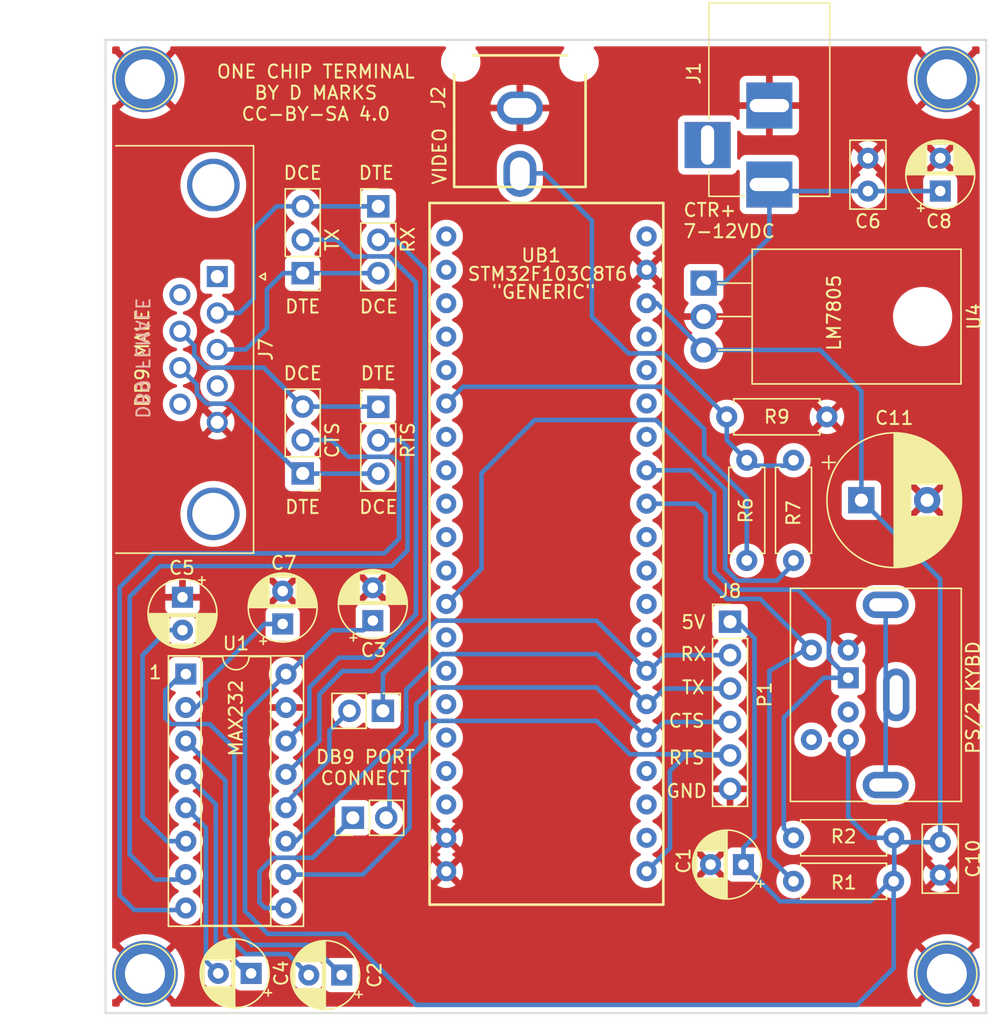
<source format=kicad_pcb>
(kicad_pcb (version 20211014) (generator pcbnew)
  (layers (0 "F.Cu" signal) (31 "B.Cu" signal) (34 "B.Paste" user) (35 "F.Paste" user) (36 "B.SilkS" user "B.Silkscreen") (37 "F.SilkS" user "F.Silkscreen") (38 "B.Mask" user) (39 "F.Mask" user) (44 "Edge.Cuts" user))
  (net 0 "")
  (net 1 "+5V")
  (net 2 "GND")
  (net 3 "+3V3")
  (net 4 "Net-(C6-Pad1)")
  (net 6 "PS2DATA")
  (net 7 "PS2CLK")
  (net 8 "Net-(R6-Pad1)")
  (net 9 "Net-(J2-Pad2)")
  (net 10 "Net-(R7-Pad1)")
  (net 11 "MISOCARD")
  (net 12 "SCKCARD")
  (net 13 "MOSICARD")
  (net 15 "RXDP")
  (net 16 "RX1")
  (net 17 "TX1")
  (net 18 "TXDP")
  (net 21 "RTSP")
  (net 22 "CTSP")
  (net 24 "Net-(JP1-Pad2)")
  (net 25 "Net-(JP2-Pad2)")
  (net 26 "Net-(JP3-Pad2)")
  (net 27 "Net-(JP4-Pad2)")
  (net 28 "unconnected-(P1-Pad7)")
  (net 31 "Net-(C2-Pad1)")
  (net 32 "Net-(C7-Pad1)")
  (net 33 "Net-(C2-Pad2)")
  (net 34 "Net-(C4-Pad1)")
  (net 35 "Net-(C4-Pad2)")
  (net 36 "Net-(C5-Pad2)")
  (net 37 "CTS")
  (net 38 "RTS")
  (net 63 "Net-(JP5-Pad2)")
  (net 64 "Net-(JP6-Pad1)")
  (footprint "Capacitor_THT:CP_Radial_D5.0mm_P2.50mm" (layer "F.Cu") (at 160.528 123.698 180)
    (fp_text reference "C1" (at 4.552 0.286 270) (layer "F.SilkS"))
    (fp_text value "10 uF")
    (pad "1" thru_hole rect (at 0 0 180) (size 1.6 1.6) (drill 0.8) (layers *.Cu *.Mask) (net 1 "+5V"))
    (pad "2" thru_hole circle (at 2.5 0 180) (size 1.6 1.6) (drill 0.8) (layers *.Cu *.Mask) (net 2 "GND"))
  )
  (footprint "Capacitor_THT:CP_Radial_D5.0mm_P2.50mm" (layer "F.Cu") (at 175.5 72.5 90)
    (fp_text reference "C8" (at -2.3 -0.1 180) (layer "F.SilkS"))
    (fp_text value "10 uF")
    (pad "1" thru_hole rect (at 0 0 90) (size 1.6 1.6) (drill 0.8) (layers *.Cu *.Mask) (net 4 "Net-(C6-Pad1)"))
    (pad "2" thru_hole circle (at 2.5 0 90) (size 1.6 1.6) (drill 0.8) (layers *.Cu *.Mask) (net 2 "GND"))
  )
  (footprint "Capacitor_THT:CP_Radial_D10.0mm_P5.00mm" (layer "F.Cu") (at 169.5 96)
    (fp_text reference "C11" (at 2.5 -6.25) (layer "F.SilkS"))
    (fp_text value "100 uF")
    (pad "1" thru_hole rect (at 0 0) (size 2 2) (drill 1) (layers *.Cu *.Mask) (net 1 "+5V"))
    (pad "2" thru_hole circle (at 5 0) (size 2 2) (drill 1) (layers *.Cu *.Mask) (net 2 "GND"))
  )
  (footprint "Connectors:BARREL_JACK" (layer "F.Cu") (at 162.5 72 -90)
    (fp_text reference "J1" (at -8.45 5.75 90) (layer "F.SilkS"))
    (fp_text value "Barrel_Jack")
    (pad "1" thru_hole rect locked (at 0 0 270) (size 3.5 3.5) (drill oval 1 3) (layers *.Cu *.Mask) (net 4 "Net-(C6-Pad1)"))
    (pad "2" thru_hole rect locked (at -6 0 270) (size 3.5 3.5) (drill oval 1 3) (layers *.Cu *.Mask) (net 2 "GND"))
    (pad "3" thru_hole rect locked (at -3 4.7 270) (size 3.5 3.5) (drill oval 3 1) (layers *.Cu *.Mask))
  )
  (footprint "Resistor_THT:R_Axial_DIN0207_L6.3mm_D2.5mm_P7.62mm_Horizontal" (layer "F.Cu") (at 171.958 124.968 180)
    (fp_text reference "R1" (at 3.8 -0.1 180) (layer "F.SilkS"))
    (fp_text value "4k7")
    (pad "1" thru_hole circle (at 0 0 180) (size 1.6 1.6) (drill 0.8) (layers *.Cu *.Mask) (net 1 "+5V"))
    (pad "2" thru_hole oval (at 7.62 0 180) (size 1.6 1.6) (drill 0.8) (layers *.Cu *.Mask) (net 7 "PS2CLK"))
  )
  (footprint "Resistor_THT:R_Axial_DIN0207_L6.3mm_D2.5mm_P7.62mm_Horizontal" (layer "F.Cu") (at 171.958 121.666 180)
    (fp_text reference "R2" (at 3.81 0.1 180) (layer "F.SilkS"))
    (fp_text value "4k7")
    (pad "1" thru_hole circle (at 0 0 180) (size 1.6 1.6) (drill 0.8) (layers *.Cu *.Mask) (net 1 "+5V"))
    (pad "2" thru_hole oval (at 7.62 0 180) (size 1.6 1.6) (drill 0.8) (layers *.Cu *.Mask) (net 6 "PS2DATA"))
  )
  (footprint "Resistor_THT:R_Axial_DIN0207_L6.3mm_D2.5mm_P7.62mm_Horizontal" (layer "F.Cu") (at 160.782 100.584 90)
    (fp_text reference "R6" (at 3.81 -0.08 90) (layer "F.SilkS"))
    (fp_text value "560R")
    (pad "1" thru_hole circle (at 0 0 90) (size 1.6 1.6) (drill 0.8) (layers *.Cu *.Mask) (net 8 "Net-(R6-Pad1)"))
    (pad "2" thru_hole oval (at 7.62 0 90) (size 1.6 1.6) (drill 0.8) (layers *.Cu *.Mask) (net 9 "Net-(J2-Pad2)"))
  )
  (footprint "Resistor_THT:R_Axial_DIN0207_L6.3mm_D2.5mm_P7.62mm_Horizontal" (layer "F.Cu") (at 164.338 100.584 90)
    (fp_text reference "R7" (at 3.6 0 90) (layer "F.SilkS"))
    (fp_text value "240R")
    (pad "1" thru_hole circle (at 0 0 90) (size 1.6 1.6) (drill 0.8) (layers *.Cu *.Mask) (net 10 "Net-(R7-Pad1)"))
    (pad "2" thru_hole oval (at 7.62 0 90) (size 1.6 1.6) (drill 0.8) (layers *.Cu *.Mask) (net 9 "Net-(J2-Pad2)"))
  )
  (footprint "Connectors:1pin" (layer "F.Cu") (at 115 64)
    (fp_text reference "J3" hide)
    (fp_text value "Conn_01x01")
    (pad "1" thru_hole circle locked (at 0 0) (size 5 5) (drill 3.048) (layers *.Cu *.Mask) (net 2 "GND"))
  )
  (footprint "Connectors:1pin" (layer "F.Cu") (at 115 132)
    (fp_text reference "J4" hide)
    (fp_text value "Conn_01x01")
    (pad "1" thru_hole circle locked (at 0 0) (size 5 5) (drill 3.048) (layers *.Cu *.Mask) (net 2 "GND"))
  )
  (footprint "Connectors:1pin" (layer "F.Cu") (at 176 132)
    (fp_text reference "J5" hide)
    (fp_text value "Conn_01x01")
    (pad "1" thru_hole circle locked (at 0 0) (size 5 5) (drill 3.048) (layers *.Cu *.Mask) (net 2 "GND"))
  )
  (footprint "Connectors:1pin" (layer "F.Cu") (at 176 64)
    (fp_text reference "J6" hide)
    (fp_text value "Conn_01x01")
    (pad "1" thru_hole circle locked (at 0 0) (size 5 5) (drill 3.048) (layers *.Cu *.Mask) (net 2 "GND"))
  )
  (footprint "Package_TO_SOT_THT:TO-220-3_Horizontal_TabDown" (layer "F.Cu") (at 157.5 79.5 -90)
    (fp_text reference "U4" (at 2.54 -20.58 -90) (layer "F.SilkS"))
    (fp_text value "LM7805CT")
    (pad "" np_thru_hole oval (at 2.54 -16.66 270) (size 3.5 3.5) (drill 3.5) (layers *.Cu *.Mask))
    (pad "1" thru_hole rect (at 0 0 270) (size 1.905 2) (drill 1.1) (layers *.Cu *.Mask) (net 4 "Net-(C6-Pad1)"))
    (pad "2" thru_hole oval (at 2.54 0 270) (size 1.905 2) (drill 1.1) (layers *.Cu *.Mask) (net 2 "GND"))
    (pad "3" thru_hole oval (at 5.08 0 270) (size 1.905 2) (drill 1.1) (layers *.Cu *.Mask) (net 1 "+5V"))
  )
  (footprint "Capacitor_THT:C_Disc_D5.0mm_W2.5mm_P2.50mm" (layer "F.Cu") (at 170 72.5 90)
    (fp_text reference "C6" (at -2.3 0 180) (layer "F.SilkS"))
    (fp_text value "100 nF")
    (pad "1" thru_hole circle (at 0 0 90) (size 1.6 1.6) (drill 0.8) (layers *.Cu *.Mask) (net 4 "Net-(C6-Pad1)"))
    (pad "2" thru_hole circle (at 2.5 0 90) (size 1.6 1.6) (drill 0.8) (layers *.Cu *.Mask) (net 2 "GND"))
  )
  (footprint "Resistor_THT:R_Axial_DIN0207_L6.3mm_D2.5mm_P7.62mm_Horizontal" (layer "F.Cu") (at 166.878 89.662 180)
    (fp_text reference "R9" (at 3.81 0) (layer "F.SilkS"))
    (fp_text value "82R")
    (pad "1" thru_hole circle (at 0 0 180) (size 1.6 1.6) (drill 0.8) (layers *.Cu *.Mask) (net 2 "GND"))
    (pad "2" thru_hole oval (at 7.62 0 180) (size 1.6 1.6) (drill 0.8) (layers *.Cu *.Mask) (net 9 "Net-(J2-Pad2)"))
  )
  (footprint "Capacitor_THT:C_Disc_D5.0mm_W2.5mm_P2.50mm" (layer "F.Cu") (at 175.5 122 -90)
    (fp_text reference "C10" (at 1.25 -2.5 -90) (layer "F.SilkS"))
    (fp_text value "100 nF")
    (pad "1" thru_hole circle (at 0 0 270) (size 1.6 1.6) (drill 0.8) (layers *.Cu *.Mask) (net 1 "+5V"))
    (pad "2" thru_hole circle (at 2.5 0 270) (size 1.6 1.6) (drill 0.8) (layers *.Cu *.Mask) (net 2 "GND"))
  )
  (footprint "Connector_PinHeader_2.54mm:PinHeader_1x06_P2.54mm_Vertical" (layer "F.Cu") (at 159.512 105.24)
    (fp_text reference "J8" (at 0 -2.33) (layer "F.SilkS"))
    (fp_text value "Conn_01x06")
    (pad "1" thru_hole rect (at 0 0) (size 1.7 1.7) (drill 1) (layers *.Cu *.Mask) (net 1 "+5V"))
    (pad "2" thru_hole oval (at 0 2.54) (size 1.7 1.7) (drill 1) (layers *.Cu *.Mask) (net 16 "RX1"))
    (pad "3" thru_hole oval (at 0 5.08) (size 1.7 1.7) (drill 1) (layers *.Cu *.Mask) (net 17 "TX1"))
    (pad "4" thru_hole oval (at 0 7.62) (size 1.7 1.7) (drill 1) (layers *.Cu *.Mask) (net 37 "CTS"))
    (pad "5" thru_hole oval (at 0 10.16) (size 1.7 1.7) (drill 1) (layers *.Cu *.Mask) (net 38 "RTS"))
    (pad "6" thru_hole oval (at 0 12.7) (size 1.7 1.7) (drill 1) (layers *.Cu *.Mask) (net 2 "GND"))
  )
  (footprint "OneChipTerminal:RCAConnectorCommon" (layer "F.Cu") (at 143.52 67.185)
    (fp_text reference "J2" (at -6.2 -1.8 90) (layer "F.SilkS"))
    (fp_text value "RCAJack")
    (pad "" np_thru_hole oval locked (at 4.5 -4.5) (size 2 2) (drill oval 2) (layers *.Cu *.Mask))
    (pad "" np_thru_hole oval locked (at -4.5 -4.5) (size 2 2) (drill oval 2) (layers *.Cu *.Mask))
    (pad "1" thru_hole oval locked (at 0 -1) (size 3.5 2.5) (drill oval 2.5 1.5) (layers *.Cu *.Mask) (net 2 "GND"))
    (pad "2" thru_hole oval locked (at 0 4) (size 2.5 3.5) (drill oval 1.5 2.5) (layers *.Cu *.Mask) (net 9 "Net-(J2-Pad2)"))
  )
  (footprint "OneChipTerminal:Connector_Mini-DIN_Female_6Pin_2rows" (layer "F.Cu") (at 168.5 109.5 90)
    (fp_text reference "P1" (at -1.27 -6.35 90) (layer "F.SilkS"))
    (fp_text value "Mini-DIN_6pins_ver4")
    (pad "1" thru_hole rect locked (at 0 0 90) (size 1.6 1.6) (drill 0.8) (layers *.Cu *.Mask) (net 6 "PS2DATA"))
    (pad "2" thru_hole circle locked (at -2.6 0 90) (size 1.6 1.6) (drill 0.8) (layers *.Cu *.Mask))
    (pad "3" thru_hole circle locked (at 2.1 0 90) (size 1.6 1.6) (drill 0.8) (layers *.Cu *.Mask) (net 2 "GND"))
    (pad "4" thru_hole circle locked (at -4.7 0 90) (size 1.6 1.6) (drill 0.8) (layers *.Cu *.Mask) (net 1 "+5V"))
    (pad "5" thru_hole circle locked (at 2.1 -2.8 90) (size 1.6 1.6) (drill 0.8) (layers *.Cu *.Mask) (net 7 "PS2CLK"))
    (pad "6" thru_hole circle locked (at -4.7 -2.8 90) (size 1.6 1.6) (drill 0.8) (layers *.Cu *.Mask))
    (pad "7" thru_hole oval locked (at -1.3 3.65 90) (size 4 2) (drill oval 3 1) (layers *.Cu *.Mask) (net 28 "unconnected-(P1-Pad7)"))
    (pad "7" thru_hole oval locked (at -8.15 2.85 90) (size 2 3.5) (drill oval 1 2.5) (layers *.Cu *.Mask) (net 28 "unconnected-(P1-Pad7)"))
    (pad "7" thru_hole oval locked (at 5.55 2.85 90) (size 2 3.5) (drill oval 1 2.5) (layers *.Cu *.Mask) (net 28 "unconnected-(P1-Pad7)"))
  )
  (footprint "OneChipTerminal:BLUEPILL" (layer "F.Cu") (at 145.542 97.536)
    (fp_text reference "UB1" (at -0.4064 -20.1422 180) (layer "F.SilkS"))
    (fp_text value "BLUEPILL")
    (fp_text user "STM32F103C8T6" (at 0.0889 -18.7325 180) (layer "F.SilkS"))
    (fp_text user "\"GENERIC\"" (at -0.2159 -17.3609 180) (layer "F.SilkS"))
    (pad "1" thru_hole circle locked (at -7.62 -21.59) (size 1.524 1.524) (drill 0.762) (layers *.Cu *.Mask))
    (pad "2" thru_hole circle locked (at -7.62 -19.05) (size 1.524 1.524) (drill 0.762) (layers *.Cu *.Mask))
    (pad "3" thru_hole circle locked (at -7.62 -16.51) (size 1.524 1.524) (drill 0.762) (layers *.Cu *.Mask))
    (pad "4" thru_hole circle locked (at -7.62 -13.97) (size 1.524 1.524) (drill 0.762) (layers *.Cu *.Mask))
    (pad "7" thru_hole circle locked (at -7.62 19.05) (size 1.524 1.524) (drill 0.762) (layers *.Cu *.Mask))
    (pad "10" thru_hole circle locked (at -7.62 -11.43) (size 1.524 1.524) (drill 0.762) (layers *.Cu *.Mask))
    (pad "11" thru_hole circle locked (at -7.62 -8.89) (size 1.524 1.524) (drill 0.762) (layers *.Cu *.Mask) (net 8 "Net-(R6-Pad1)"))
    (pad "12" thru_hole circle locked (at -7.62 -6.35) (size 1.524 1.524) (drill 0.762) (layers *.Cu *.Mask))
    (pad "13" thru_hole circle locked (at -7.62 -3.81) (size 1.524 1.524) (drill 0.762) (layers *.Cu *.Mask))
    (pad "14" thru_hole circle locked (at -7.62 -1.27) (size 1.524 1.524) (drill 0.762) (layers *.Cu *.Mask))
    (pad "15" thru_hole circle locked (at -7.62 1.27) (size 1.524 1.524) (drill 0.762) (layers *.Cu *.Mask))
    (pad "16" thru_hole circle locked (at -7.62 3.81) (size 1.524 1.524) (drill 0.762) (layers *.Cu *.Mask))
    (pad "17" thru_hole circle locked (at -7.62 6.35) (size 1.524 1.524) (drill 0.762) (layers *.Cu *.Mask) (net 10 "Net-(R7-Pad1)"))
    (pad "18" thru_hole circle locked (at -7.62 8.89) (size 1.524 1.524) (drill 0.762) (layers *.Cu *.Mask))
    (pad "19" thru_hole circle locked (at -7.62 11.43) (size 1.524 1.524) (drill 0.762) (layers *.Cu *.Mask))
    (pad "21" thru_hole circle locked (at -7.62 13.97) (size 1.524 1.524) (drill 0.762) (layers *.Cu *.Mask))
    (pad "22" thru_hole circle locked (at -7.62 16.51) (size 1.524 1.524) (drill 0.762) (layers *.Cu *.Mask))
    (pad "25" thru_hole circle locked (at 7.62 26.67) (size 1.524 1.524) (drill 0.762) (layers *.Cu *.Mask) (net 38 "RTS"))
    (pad "26" thru_hole circle locked (at 7.62 24.13) (size 1.524 1.524) (drill 0.762) (layers *.Cu *.Mask) (net 12 "SCKCARD"))
    (pad "27" thru_hole circle locked (at 7.62 21.59) (size 1.524 1.524) (drill 0.762) (layers *.Cu *.Mask) (net 11 "MISOCARD"))
    (pad "28" thru_hole circle locked (at 7.62 19.05) (size 1.524 1.524) (drill 0.762) (layers *.Cu *.Mask) (net 13 "MOSICARD"))
    (pad "29" thru_hole circle locked (at 7.62 16.51) (size 1.524 1.524) (drill 0.762) (layers *.Cu *.Mask) (net 37 "CTS"))
    (pad "30" thru_hole circle locked (at 7.62 13.97) (size 1.524 1.524) (drill 0.762) (layers *.Cu *.Mask) (net 17 "TX1"))
    (pad "31" thru_hole circle locked (at 7.62 11.43) (size 1.524 1.524) (drill 0.762) (layers *.Cu *.Mask) (net 16 "RX1"))
    (pad "32" thru_hole circle locked (at 7.62 8.89) (size 1.524 1.524) (drill 0.762) (layers *.Cu *.Mask))
    (pad "33" thru_hole circle locked (at 7.62 6.35) (size 1.524 1.524) (drill 0.762) (layers *.Cu *.Mask))
    (pad "38" thru_hole circle locked (at 7.62 3.81) (size 1.524 1.524) (drill 0.762) (layers *.Cu *.Mask))
    (pad "39" thru_hole circle locked (at 7.62 1.27) (size 1.524 1.524) (drill 0.762) (layers *.Cu *.Mask))
    (pad "40" thru_hole circle locked (at 7.62 -1.27) (size 1.524 1.524) (drill 0.762) (layers *.Cu *.Mask) (net 7 "PS2CLK"))
    (pad "41" thru_hole circle locked (at 7.62 -3.81) (size 1.524 1.524) (drill 0.762) (layers *.Cu *.Mask) (net 6 "PS2DATA"))
    (pad "42" thru_hole circle locked (at 7.62 -6.35) (size 1.524 1.524) (drill 0.762) (layers *.Cu *.Mask))
    (pad "43" thru_hole circle locked (at 7.62 -8.89) (size 1.524 1.524) (drill 0.762) (layers *.Cu *.Mask))
    (pad "45" thru_hole circle locked (at 7.62 -11.43) (size 1.524 1.524) (drill 0.762) (layers *.Cu *.Mask))
    (pad "46" thru_hole circle locked (at 7.62 -13.97) (size 1.524 1.524) (drill 0.762) (layers *.Cu *.Mask))
    (pad "70" thru_hole circle locked (at -7.62 21.59) (size 1.524 1.524) (drill 0.762) (layers *.Cu *.Mask) (net 3 "+3V3"))
    (pad "71" thru_hole circle locked (at -7.62 24.13) (size 1.524 1.524) (drill 0.762) (layers *.Cu *.Mask) (net 2 "GND"))
    (pad "72" thru_hole circle locked (at -7.62 26.67) (size 1.524 1.524) (drill 0.762) (layers *.Cu *.Mask) (net 2 "GND"))
    (pad "73" thru_hole circle locked (at 7.62 -21.59) (size 1.524 1.524) (drill 0.762) (layers *.Cu *.Mask))
    (pad "74" thru_hole circle locked (at 7.62 -19.05) (size 1.524 1.524) (drill 0.762) (layers *.Cu *.Mask) (net 2 "GND"))
    (pad "75" thru_hole circle locked (at 7.62 -16.51) (size 1.524 1.524) (drill 0.762) (layers *.Cu *.Mask) (net 1 "+5V"))
  )
  (footprint "Capacitor_THT:CP_Radial_D5.0mm_P2.50mm" (layer "F.Cu") (at 125.476 105.41 90)
    (fp_text reference "C7" (at 4.64 0.08) (layer "F.SilkS"))
    (fp_text value "1 uF")
    (pad "1" thru_hole rect (at 0 0 90) (size 1.6 1.6) (drill 0.8) (layers *.Cu *.Mask) (net 32 "Net-(C7-Pad1)"))
    (pad "2" thru_hole circle (at 2.5 0 90) (size 1.6 1.6) (drill 0.8) (layers *.Cu *.Mask) (net 2 "GND"))
  )
  (footprint "Connector_PinHeader_2.54mm:PinHeader_1x03_P2.54mm_Vertical" (layer "F.Cu") (at 132.75 88.9)
    (fp_text reference "JP4" hide)
    (fp_text value "Jumper_3_Bridged12")
    (pad "1" thru_hole rect (at 0 0) (size 1.7 1.7) (drill 1) (layers *.Cu *.Mask) (net 21 "RTSP"))
    (pad "2" thru_hole oval (at 0 2.54) (size 1.7 1.7) (drill 1) (layers *.Cu *.Mask) (net 27 "Net-(JP4-Pad2)"))
    (pad "3" thru_hole oval (at 0 5.08) (size 1.7 1.7) (drill 1) (layers *.Cu *.Mask) (net 22 "CTSP"))
  )
  (footprint "Capacitor_THT:CP_Radial_D5.0mm_P2.50mm" (layer "F.Cu") (at 132.334 105.156 90)
    (fp_text reference "C3" (at -2.244888 0.06 180) (layer "F.SilkS"))
    (fp_text value "1 uF")
    (pad "1" thru_hole rect (at 0 0 90) (size 1.6 1.6) (drill 0.8) (layers *.Cu *.Mask) (net 1 "+5V"))
    (pad "2" thru_hole circle (at 2.5 0 90) (size 1.6 1.6) (drill 0.8) (layers *.Cu *.Mask) (net 2 "GND"))
  )
  (footprint "Capacitor_THT:CP_Radial_D5.0mm_P2.50mm" (layer "F.Cu") (at 129.965113 132.1 180)
    (fp_text reference "C2" (at -2.5 0 90) (layer "F.SilkS"))
    (fp_text value "1 uF")
    (pad "1" thru_hole rect (at 0 0 180) (size 1.6 1.6) (drill 0.8) (layers *.Cu *.Mask) (net 31 "Net-(C2-Pad1)"))
    (pad "2" thru_hole circle (at 2.5 0 180) (size 1.6 1.6) (drill 0.8) (layers *.Cu *.Mask) (net 33 "Net-(C2-Pad2)"))
  )
  (footprint "Connector_PinHeader_2.54mm:PinHeader_1x02_P2.54mm_Vertical" (layer "F.Cu") (at 133.096 112.014 -90)
    (fp_text reference "JP5" hide)
    (fp_text value "Jumper_2_Open")
    (pad "1" thru_hole rect (at 0 0 270) (size 1.7 1.7) (drill 1) (layers *.Cu *.Mask) (net 16 "RX1"))
    (pad "2" thru_hole oval (at 0 2.54 270) (size 1.7 1.7) (drill 1) (layers *.Cu *.Mask) (net 63 "Net-(JP5-Pad2)"))
  )
  (footprint "Connector_PinHeader_2.54mm:PinHeader_1x03_P2.54mm_Vertical" (layer "F.Cu") (at 127 93.965 180)
    (fp_text reference "JP1" hide)
    (fp_text value "Jumper_3_Bridged12")
    (pad "1" thru_hole rect (at 0 0 180) (size 1.7 1.7) (drill 1) (layers *.Cu *.Mask) (net 22 "CTSP"))
    (pad "2" thru_hole oval (at 0 2.54 180) (size 1.7 1.7) (drill 1) (layers *.Cu *.Mask) (net 24 "Net-(JP1-Pad2)"))
    (pad "3" thru_hole oval (at 0 5.08 180) (size 1.7 1.7) (drill 1) (layers *.Cu *.Mask) (net 21 "RTSP"))
  )
  (footprint "Connector_PinHeader_2.54mm:PinHeader_1x02_P2.54mm_Vertical" (layer "F.Cu") (at 130.81 120.142 90)
    (fp_text reference "JP6" hide)
    (fp_text value "Jumper_2_Open")
    (pad "1" thru_hole rect (at 0 0 90) (size 1.7 1.7) (drill 1) (layers *.Cu *.Mask) (net 64 "Net-(JP6-Pad1)"))
    (pad "2" thru_hole oval (at 0 2.54 90) (size 1.7 1.7) (drill 1) (layers *.Cu *.Mask) (net 37 "CTS"))
  )
  (footprint "Connector_PinHeader_2.54mm:PinHeader_1x03_P2.54mm_Vertical" (layer "F.Cu") (at 127 78.74 180)
    (fp_text reference "JP3" hide)
    (fp_text value "Jumper_3_Bridged12")
    (pad "1" thru_hole rect (at 0 0 180) (size 1.7 1.7) (drill 1) (layers *.Cu *.Mask) (net 18 "TXDP"))
    (pad "2" thru_hole oval (at 0 2.54 180) (size 1.7 1.7) (drill 1) (layers *.Cu *.Mask) (net 26 "Net-(JP3-Pad2)"))
    (pad "3" thru_hole oval (at 0 5.08 180) (size 1.7 1.7) (drill 1) (layers *.Cu *.Mask) (net 15 "RXDP"))
  )
  (footprint "Connector_PinHeader_2.54mm:PinHeader_1x03_P2.54mm_Vertical" (layer "F.Cu") (at 132.75 73.66)
    (fp_text reference "JP2" hide)
    (fp_text value "Jumper_3_Bridged12")
    (pad "1" thru_hole rect (at 0 0) (size 1.7 1.7) (drill 1) (layers *.Cu *.Mask) (net 15 "RXDP"))
    (pad "2" thru_hole oval (at 0 2.54) (size 1.7 1.7) (drill 1) (layers *.Cu *.Mask) (net 25 "Net-(JP2-Pad2)"))
    (pad "3" thru_hole oval (at 0 5.08) (size 1.7 1.7) (drill 1) (layers *.Cu *.Mask) (net 18 "TXDP"))
  )
  (footprint "Connector_Dsub:DSUB-9_Male_Horizontal_P2.77x2.84mm_EdgePinOffset4.94mm_Housed_MountingHolesOffset7.48mm" (layer "F.Cu") (at 120.5 79 -90)
    (fp_text reference "J7" (at 5.54 -3.7 90) (layer "F.SilkS"))
    (fp_text value "DB9_Male")
    (pad "0" thru_hole circle (at 18.04 0.3 270) (size 4 4) (drill 3.2) (layers *.Cu *.Mask))
    (pad "0" thru_hole circle (at -6.96 0.3 270) (size 4 4) (drill 3.2) (layers *.Cu *.Mask))
    (pad "1" thru_hole rect (at 0 0 270) (size 1.6 1.6) (drill 1) (layers *.Cu *.Mask))
    (pad "2" thru_hole circle (at 2.77 0 270) (size 1.6 1.6) (drill 1) (layers *.Cu *.Mask) (net 15 "RXDP"))
    (pad "3" thru_hole circle (at 5.54 0 270) (size 1.6 1.6) (drill 1) (layers *.Cu *.Mask) (net 18 "TXDP"))
    (pad "4" thru_hole circle (at 8.31 0 270) (size 1.6 1.6) (drill 1) (layers *.Cu *.Mask))
    (pad "5" thru_hole circle (at 11.08 0 270) (size 1.6 1.6) (drill 1) (layers *.Cu *.Mask) (net 2 "GND"))
    (pad "6" thru_hole circle (at 1.385 2.84 270) (size 1.6 1.6) (drill 1) (layers *.Cu *.Mask))
    (pad "7" thru_hole circle (at 4.155 2.84 270) (size 1.6 1.6) (drill 1) (layers *.Cu *.Mask) (net 21 "RTSP"))
    (pad "8" thru_hole circle (at 6.925 2.84 270) (size 1.6 1.6) (drill 1) (layers *.Cu *.Mask) (net 22 "CTSP"))
    (pad "9" thru_hole circle (at 9.695 2.84 270) (size 1.6 1.6) (drill 1) (layers *.Cu *.Mask))
  )
  (footprint "Capacitor_THT:CP_Radial_D5.0mm_P2.50mm" (layer "F.Cu") (at 123.075113 131.97 180)
    (fp_text reference "C4" (at -2.294888 0 90) (layer "F.SilkS"))
    (fp_text value "1 uF")
    (pad "1" thru_hole rect (at 0 0 180) (size 1.6 1.6) (drill 0.8) (layers *.Cu *.Mask) (net 34 "Net-(C4-Pad1)"))
    (pad "2" thru_hole circle (at 2.5 0 180) (size 1.6 1.6) (drill 0.8) (layers *.Cu *.Mask) (net 35 "Net-(C4-Pad2)"))
  )
  (footprint "Capacitor_THT:CP_Radial_D5.0mm_P2.50mm" (layer "F.Cu") (at 117.856 103.378 -90)
    (fp_text reference "C5" (at -2.23 0.05 180) (layer "F.SilkS"))
    (fp_text value "1 uF")
    (pad "1" thru_hole rect (at 0 0 270) (size 1.6 1.6) (drill 0.8) (layers *.Cu *.Mask) (net 2 "GND"))
    (pad "2" thru_hole circle (at 2.5 0 270) (size 1.6 1.6) (drill 0.8) (layers *.Cu *.Mask) (net 36 "Net-(C5-Pad2)"))
  )
  (footprint "Package_DIP:DIP-16_W7.62mm_Socket" (layer "F.Cu") (at 118.11 109.22)
    (fp_text reference "U1" (at 3.81 -2.33) (layer "F.SilkS"))
    (fp_text value "MAX232")
    (pad "1" thru_hole rect (at 0 0) (size 1.6 1.6) (drill 0.8) (layers *.Cu *.Mask) (net 31 "Net-(C2-Pad1)"))
    (pad "2" thru_hole oval (at 0 2.54) (size 1.6 1.6) (drill 0.8) (layers *.Cu *.Mask) (net 32 "Net-(C7-Pad1)"))
    (pad "3" thru_hole oval (at 0 5.08) (size 1.6 1.6) (drill 0.8) (layers *.Cu *.Mask) (net 33 "Net-(C2-Pad2)"))
    (pad "4" thru_hole oval (at 0 7.62) (size 1.6 1.6) (drill 0.8) (layers *.Cu *.Mask) (net 34 "Net-(C4-Pad1)"))
    (pad "5" thru_hole oval (at 0 10.16) (size 1.6 1.6) (drill 0.8) (layers *.Cu *.Mask) (net 35 "Net-(C4-Pad2)"))
    (pad "6" thru_hole oval (at 0 12.7) (size 1.6 1.6) (drill 0.8) (layers *.Cu *.Mask) (net 36 "Net-(C5-Pad2)"))
    (pad "7" thru_hole oval (at 0 15.24) (size 1.6 1.6) (drill 0.8) (layers *.Cu *.Mask) (net 27 "Net-(JP4-Pad2)"))
    (pad "8" thru_hole oval (at 0 17.78) (size 1.6 1.6) (drill 0.8) (layers *.Cu *.Mask) (net 24 "Net-(JP1-Pad2)"))
    (pad "9" thru_hole oval (at 7.62 17.78) (size 1.6 1.6) (drill 0.8) (layers *.Cu *.Mask) (net 64 "Net-(JP6-Pad1)"))
    (pad "10" thru_hole oval (at 7.62 15.24) (size 1.6 1.6) (drill 0.8) (layers *.Cu *.Mask) (net 38 "RTS"))
    (pad "11" thru_hole oval (at 7.62 12.7) (size 1.6 1.6) (drill 0.8) (layers *.Cu *.Mask) (net 17 "TX1"))
    (pad "12" thru_hole oval (at 7.62 10.16) (size 1.6 1.6) (drill 0.8) (layers *.Cu *.Mask) (net 63 "Net-(JP5-Pad2)"))
    (pad "13" thru_hole oval (at 7.62 7.62) (size 1.6 1.6) (drill 0.8) (layers *.Cu *.Mask) (net 25 "Net-(JP2-Pad2)"))
    (pad "14" thru_hole oval (at 7.62 5.08) (size 1.6 1.6) (drill 0.8) (layers *.Cu *.Mask) (net 26 "Net-(JP3-Pad2)"))
    (pad "15" thru_hole oval (at 7.62 2.54) (size 1.6 1.6) (drill 0.8) (layers *.Cu *.Mask) (net 2 "GND"))
    (pad "16" thru_hole oval (at 7.62 0) (size 1.6 1.6) (drill 0.8) (layers *.Cu *.Mask) (net 1 "+5V"))
  )
  (gr_line (start 179 61) (end 179 135) (layer "Edge.Cuts") (width 0.15))
  (gr_line (start 112 61) (end 179 61) (layer "Edge.Cuts") (width 0.15))
  (gr_line (start 112 135) (end 112 61) (layer "Edge.Cuts") (width 0.15))
  (gr_line (start 179 135) (end 112 135) (layer "Edge.Cuts") (width 0.15))
  (gr_text "DB9 FEMALE" (at 114.8 85.2 -90) (layer "B.SilkS") (effects (font (size 1 1)) (justify mirror)))
  (gr_text "LM7805" (at 167.425 81.75 90) (layer "F.SilkS") (effects (font (size 1 1))))
  (gr_text "CTR+\n7-12VDC" (at 155.875 74.75) (layer "F.SilkS") (effects (font (size 1 1)) (justify left)))
  (gr_text "RTS" (at 156.21 115.57) (layer "F.SilkS") (effects (font (size 1 1))))
  (gr_text "TX" (at 129.25 76.2 90) (layer "F.SilkS") (effects (font (size 1 1))))
  (gr_text "DTE" (at 132.75 86.36) (layer "F.SilkS") (effects (font (size 1 1))))
  (gr_text "PS/2 KYBD" (at 178 111 90) (layer "F.SilkS") (effects (font (size 1 1))))
  (gr_text "VIDEO" (at 137.414 69.85 90) (layer "F.SilkS") (effects (font (size 1 1))))
  (gr_text "RTS" (at 135 91.44 90) (layer "F.SilkS") (effects (font (size 1 1))))
  (gr_text "DCE" (at 132.75 96.52) (layer "F.SilkS") (effects (font (size 1 1))))
  (gr_text "DB9 MALE" (at 114.8 85.2 90) (layer "F.SilkS") (effects (font (size 1 1))))
  (gr_text "TX" (at 156.718 110.236) (layer "F.SilkS") (effects (font (size 1 1))))
  (gr_text "RX" (at 156.718 107.696) (layer "F.SilkS") (effects (font (size 1 1))))
  (gr_text "DTE" (at 132.6 71.12) (layer "F.SilkS") (effects (font (size 1 1))))
  (gr_text "RX" (at 135 76.2 90) (layer "F.SilkS") (effects (font (size 1 1))))
  (gr_text "DCE" (at 127 86.36) (layer "F.SilkS") (effects (font (size 1 1))))
  (gr_text "DCE" (at 127 71.12) (layer "F.SilkS") (effects (font (size 1 1))))
  (gr_text "CTS" (at 129.25 91.44 90) (layer "F.SilkS") (effects (font (size 1 1))))
  (gr_text "DB9 PORT\nCONNECT" (at 131.77 116.332) (layer "F.SilkS") (effects (font (size 1 1))))
  (gr_text "MAX232" (at 121.92 115.57 90) (layer "F.SilkS") (effects (font (size 1 1)) (justify left)))
  (gr_text "DTE" (at 127 96.52) (layer "F.SilkS") (effects (font (size 1 1))))
  (gr_text "ONE CHIP TERMINAL\nBY D MARKS\nCC-BY-SA 4.0" (at 128 65.03) (layer "F.SilkS") (effects (font (size 1 1))))
  (gr_text "GND" (at 156.21 118.11) (layer "F.SilkS") (effects (font (size 1 1))))
  (gr_text "1" (at 115.79 109.09) (layer "F.SilkS") (effects (font (size 1 1))))
  (gr_text "DCE" (at 132.8 81.28) (layer "F.SilkS") (effects (font (size 1 1))))
  (gr_text "5V" (at 156.718 105.275) (layer "F.SilkS") (effects (font (size 1 1))))
  (gr_text "DTE" (at 127 81.28) (layer "F.SilkS") (effects (font (size 1 1))))
  (gr_text "CTS" (at 156.21 112.776) (layer "F.SilkS") (effects (font (size 1 1))))
  (segment (start 175.5 102) (end 169.5 96) (width 0.35) (layer "B.Cu") (net 1))
  (segment (start 153.946 81.026) (end 157.5 84.58) (width 0.35) (layer "B.Cu") (net 1))
  (segment (start 129.219888 105.885112) (end 131.604888 105.885112) (width 0.35) (layer "B.Cu") (net 1))
  (segment (start 125.885 109.22) (end 129.219888 105.885112) (width 0.35) (layer "B.Cu") (net 1))
  (segment (start 125.73 109.22) (end 122.61 112.34) (width 0.35) (layer "B.Cu") (net 1))
  (segment (start 170.18 126.492) (end 171.704 124.968) (width 0.35) (layer "B.Cu") (net 1))
  (segment (start 161.375 106.511) (end 160.104 105.24) (width 0.35) (layer "B.Cu") (net 1))
  (segment (start 161.375 121.581) (end 161.375 106.511) (width 0.35) (layer "B.Cu") (net 1))
  (segment (start 169.5 96) (end 169.5 87.712) (width 0.35) (layer "B.Cu") (net 1))
  (segment (start 172 124.926) (end 171.958 124.968) (width 0.35) (layer "B.Cu") (net 1))
  (segment (start 172.292 122) (end 175.5 122) (width 0.35) (layer "B.Cu") (net 1))
  (segment (start 168.5 114.2) (end 168.5 120.075) (width 0.35) (layer "B.Cu") (net 1))
  (segment (start 135.636 134.366) (end 130.24 128.97) (width 0.35) (layer "B.Cu") (net 1))
  (segment (start 122.61 127.23) (end 124.35 128.97) (width 0.35) (layer "B.Cu") (net 1))
  (segment (start 125.73 109.22) (end 125.885 109.22) (width 0.35) (layer "B.Cu") (net 1))
  (segment (start 171.958 121.666) (end 172.292 122) (width 0.35) (layer "B.Cu") (net 1))
  (segment (start 131.604888 105.885112) (end 132.334 105.156) (width 0.35) (layer "B.Cu") (net 1))
  (segment (start 175.5 122) (end 175.5 102) (width 0.35) (layer "B.Cu") (net 1))
  (segment (start 169.164 134.366) (end 135.636 134.366) (width 0.35) (layer "B.Cu") (net 1))
  (segment (start 160.528 123.698) (end 160.528 122.428) (width 0.35) (layer "B.Cu") (net 1))
  (segment (start 171.958 124.968) (end 171.958 131.572) (width 0.35) (layer "B.Cu") (net 1))
  (segment (start 168.5 120.075) (end 170.091 121.666) (width 0.35) (layer "B.Cu") (net 1))
  (segment (start 124.35 128.97) (end 130.24 128.97) (width 0.35) (layer "B.Cu") (net 1))
  (segment (start 171.704 124.968) (end 171.958 124.968) (width 0.35) (layer "B.Cu") (net 1))
  (segment (start 160.528 123.698) (end 163.322 126.492) (width 0.35) (layer "B.Cu") (net 1))
  (segment (start 163.322 126.492) (end 170.18 126.492) (width 0.35) (layer "B.Cu") (net 1))
  (segment (start 169.5 87.712) (end 166.368 84.58) (width 0.35) (layer "B.Cu") (net 1))
  (segment (start 172 121.708) (end 172 124.926) (width 0.35) (layer "B.Cu") (net 1))
  (segment (start 122.61 112.34) (end 122.61 127.23) (width 0.35) (layer "B.Cu") (net 1))
  (segment (start 160.528 122.428) (end 161.375 121.581) (width 0.35) (layer "B.Cu") (net 1))
  (segment (start 170.091 121.666) (end 171.958 121.666) (width 0.35) (layer "B.Cu") (net 1))
  (segment (start 171.958 131.572) (end 169.164 134.366) (width 0.35) (layer "B.Cu") (net 1))
  (segment (start 153.162 81.026) (end 153.946 81.026) (width 0.35) (layer "B.Cu") (net 1))
  (segment (start 160.104 105.24) (end 159.512 105.24) (width 0.35) (layer "B.Cu") (net 1))
  (segment (start 166.368 84.58) (end 157.5 84.58) (width 0.35) (layer "B.Cu") (net 1))
  (segment (start 159.05 79.5) (end 162.5 76.05) (width 0.35) (layer "B.Cu") (net 4))
  (segment (start 162.5 76.05) (end 162.5 72) (width 0.35) (layer "B.Cu") (net 4))
  (segment (start 163 72.5) (end 162.5 72) (width 0.35) (layer "B.Cu") (net 4))
  (segment (start 175.5 72.5) (end 170 72.5) (width 0.35) (layer "B.Cu") (net 4))
  (segment (start 170 72.5) (end 163 72.5) (width 0.35) (layer "B.Cu") (net 4))
  (segment (start 157.5 79.5) (end 159.05 79.5) (width 0.35) (layer "B.Cu") (net 4))
  (segment (start 163.6 120.928) (end 164.338 121.666) (width 0.35) (layer "B.Cu") (net 6))
  (segment (start 153.162 93.726) (end 156.536 93.726) (width 0.35) (layer "B.Cu") (net 6))
  (segment (start 159.7 102.8) (end 164.725 102.8) (width 0.35) (layer "B.Cu") (net 6))
  (segment (start 167.025 105.1) (end 167.025 108.025) (width 0.35) (layer "B.Cu") (net 6))
  (segment (start 167.025 108.025) (end 168.5 109.5) (width 0.35) (layer "B.Cu") (net 6))
  (segment (start 164.725 102.8) (end 167.025 105.1) (width 0.35) (layer "B.Cu") (net 6))
  (segment (start 158.31 101.41) (end 159.7 102.8) (width 0.35) (layer "B.Cu") (net 6))
  (segment (start 158.31 95.5) (end 158.31 101.41) (width 0.35) (layer "B.Cu") (net 6))
  (segment (start 163.6 112.525) (end 163.6 120.928) (width 0.35) (layer "B.Cu") (net 6))
  (segment (start 156.536 93.726) (end 158.31 95.5) (width 0.35) (layer "B.Cu") (net 6))
  (segment (start 168.5 109.5) (end 166.625 109.5) (width 0.35) (layer "B.Cu") (net 6))
  (segment (start 166.625 109.5) (end 163.6 112.525) (width 0.35) (layer "B.Cu") (net 6))
  (segment (start 156.906 96.266) (end 153.162 96.266) (width 0.35) (layer "B.Cu") (net 7))
  (segment (start 165.7 107.4) (end 165.2 107.4) (width 0.35) (layer "B.Cu") (net 7))
  (segment (start 161.8 103.5) (end 159.27 103.5) (width 0.35) (layer "B.Cu") (net 7))
  (segment (start 157.66 101.89) (end 157.66 97.02) (width 0.35) (layer "B.Cu") (net 7))
  (segment (start 162.5 123.13) (end 164.338 124.968) (width 0.35) (layer "B.Cu") (net 7))
  (segment (start 157.66 97.02) (end 156.906 96.266) (width 0.35) (layer "B.Cu") (net 7))
  (segment (start 165.2 107.4) (end 162.5 108.975) (width 0.35) (layer "B.Cu") (net 7))
  (segment (start 165.7 107.4) (end 161.8 103.5) (width 0.35) (layer "B.Cu") (net 7))
  (segment (start 159.27 103.5) (end 157.66 101.89) (width 0.35) (layer "B.Cu") (net 7))
  (segment (start 162.5 108.975) (end 162.5 123.13) (width 0.35) (layer "B.Cu") (net 7))
  (segment (start 157.54 90.59) (end 157.54 92.58) (width 0.35) (layer "B.Cu") (net 8))
  (segment (start 157.54 92.58) (end 160.782 95.822) (width 0.35) (layer "B.Cu") (net 8))
  (segment (start 139.193 87.375) (end 154.325 87.375) (width 0.35) (layer "B.Cu") (net 8))
  (segment (start 154.325 87.375) (end 157.54 90.59) (width 0.35) (layer "B.Cu") (net 8))
  (segment (start 160.782 95.822) (end 160.782 100.584) (width 0.35) (layer "B.Cu") (net 8))
  (segment (start 137.922 88.646) (end 139.193 87.375) (width 0.35) (layer "B.Cu") (net 8))
  (segment (start 149 82.05) (end 149 74.76) (width 0.35) (layer "B.Cu") (net 9))
  (segment (start 160.782 92.964) (end 159.258 91.44) (width 0.35) (layer "B.Cu") (net 9))
  (segment (start 145.39 71.15) (end 143.79 71.15) (width 0.35) (layer "B.Cu") (net 9))
  (segment (start 149 74.76) (end 145.39 71.15) (width 0.35) (layer "B.Cu") (net 9))
  (segment (start 164.338 92.964) (end 163.922 93.38) (width 0.35) (layer "B.Cu") (net 9))
  (segment (start 161.198 93.38) (end 160.782 92.964) (width 0.35) (layer "B.Cu") (net 9))
  (segment (start 154.436 84.84) (end 151.79 84.84) (width 0.35) (layer "B.Cu") (net 9))
  (segment (start 159.258 89.662) (end 154.436 84.84) (width 0.35) (layer "B.Cu") (net 9))
  (segment (start 159.258 91.44) (end 159.258 89.662) (width 0.35) (layer "B.Cu") (net 9))
  (segment (start 151.79 84.84) (end 149 82.05) (width 0.35) (layer "B.Cu") (net 9))
  (segment (start 163.922 93.38) (end 161.198 93.38) (width 0.35) (layer "B.Cu") (net 9))
  (segment (start 163.066 102.11) (end 160.08 102.11) (width 0.35) (layer "B.Cu") (net 10))
  (segment (start 140.6 101.208) (end 137.922 103.886) (width 0.35) (layer "B.Cu") (net 10))
  (segment (start 160.08 102.11) (end 159.14 101.17) (width 0.35) (layer "B.Cu") (net 10))
  (segment (start 144.65 89.9) (end 140.6 93.95) (width 0.35) (layer "B.Cu") (net 10))
  (segment (start 164.338 100.838) (end 163.066 102.11) (width 0.35) (layer "B.Cu") (net 10))
  (segment (start 159.14 101.17) (end 159.14 95.165) (width 0.35) (layer "B.Cu") (net 10))
  (segment (start 140.6 93.95) (end 140.6 101.208) (width 0.35) (layer "B.Cu") (net 10))
  (segment (start 153.875 89.9) (end 144.65 89.9) (width 0.35) (layer "B.Cu") (net 10))
  (segment (start 164.338 100.584) (end 164.338 100.838) (width 0.35) (layer "B.Cu") (net 10))
  (segment (start 159.14 95.165) (end 153.875 89.9) (width 0.35) (layer "B.Cu") (net 10))
  (segment (start 122.18 81.77) (end 123.27 80.68) (width 0.35) (layer "B.Cu") (net 15))
  (segment (start 123.27 75.4) (end 125.01 73.66) (width 0.35) (layer "B.Cu") (net 15))
  (segment (start 120.5 81.77) (end 122.18 81.77) (width 0.35) (layer "B.Cu") (net 15))
  (segment (start 123.27 80.68) (end 123.27 75.4) (width 0.35) (layer "B.Cu") (net 15))
  (segment (start 132.75 73.66) (end 127 73.66) (width 0.35) (layer "B.Cu") (net 15))
  (segment (start 125.01 73.66) (end 127 73.66) (width 0.35) (layer "B.Cu") (net 15))
  (segment (start 154.57 107.78) (end 153.384 108.966) (width 0.35) (layer "B.Cu") (net 16))
  (segment (start 153.384 108.966) (end 153.162 108.966) (width 0.35) (layer "B.Cu") (net 16))
  (segment (start 133.096 112.014) (end 133.096 109.22) (width 0.35) (layer "B.Cu") (net 16))
  (segment (start 133.096 109.22) (end 137.16 105.156) (width 0.35) (layer "B.Cu") (net 16))
  (segment (start 137.16 105.156) (end 149.352 105.156) (width 0.35) (layer "B.Cu") (net 16))
  (segment (start 159.512 107.78) (end 154.57 107.78) (width 0.35) (layer "B.Cu") (net 16))
  (segment (start 149.352 105.156) (end 153.162 108.966) (width 0.35) (layer "B.Cu") (net 16))
  (segment (start 137.58473 107.696) (end 149.352 107.696) (width 0.35) (layer "B.Cu") (net 17))
  (segment (start 126.492 121.92) (end 134.874 113.538) (width 0.35) (layer "B.Cu") (net 17))
  (segment (start 125.73 121.92) (end 126.492 121.92) (width 0.35) (layer "B.Cu") (net 17))
  (segment (start 149.352 107.696) (end 153.162 111.506) (width 0.35) (layer "B.Cu") (net 17))
  (segment (start 134.874 113.538) (end 134.874 110.40673) (width 0.35) (layer "B.Cu") (net 17))
  (segment (start 153.314 111.506) (end 153.162 111.506) (width 0.35) (layer "B.Cu") (net 17))
  (segment (start 154.5 110.32) (end 153.314 111.506) (width 0.35) (layer "B.Cu") (net 17))
  (segment (start 159.512 110.32) (end 154.5 110.32) (width 0.35) (layer "B.Cu") (net 17))
  (segment (start 134.874 110.40673) (end 137.58473 107.696) (width 0.35) (layer "B.Cu") (net 17))
  (segment (start 122.67 84.54) (end 124.28 82.93) (width 0.35) (layer "B.Cu") (net 18))
  (segment (start 127 78.74) (end 132.75 78.74) (width 0.35) (layer "B.Cu") (net 18))
  (segment (start 125.51 78.74) (end 127 78.74) (width 0.35) (layer "B.Cu") (net 18))
  (segment (start 120.5 84.54) (end 122.67 84.54) (width 0.35) (layer "B.Cu") (net 18))
  (segment (start 124.28 79.97) (end 125.51 78.74) (width 0.35) (layer "B.Cu") (net 18))
  (segment (start 124.28 82.93) (end 124.28 79.97) (width 0.35) (layer "B.Cu") (net 18))
  (segment (start 119.69 85.92) (end 124.035 85.92) (width 0.35) (layer "B.Cu") (net 21))
  (segment (start 118.76 84.99) (end 119.69 85.92) (width 0.35) (layer "B.Cu") (net 21))
  (segment (start 127 88.885) (end 132.735 88.885) (width 0.35) (layer "B.Cu") (net 21))
  (segment (start 117.66 83.155) (end 118.76 84.255) (width 0.35) (layer "B.Cu") (net 21))
  (segment (start 118.76 84.255) (end 118.76 84.99) (width 0.35) (layer "B.Cu") (net 21))
  (segment (start 124.035 85.92) (end 127 88.885) (width 0.35) (layer "B.Cu") (net 21))
  (segment (start 132.735 88.885) (end 132.75 88.9) (width 0.35) (layer "B.Cu") (net 21))
  (segment (start 121.41 88.66) (end 126.715 93.965) (width 0.35) (layer "B.Cu") (net 22))
  (segment (start 132.75 93.98) (end 127.015 93.98) (width 0.35) (layer "B.Cu") (net 22))
  (segment (start 119.69 88.66) (end 121.41 88.66) (width 0.35) (layer "B.Cu") (net 22))
  (segment (start 127.015 93.98) (end 127 93.965) (width 0.35) (layer "B.Cu") (net 22))
  (segment (start 127 93.965) (end 126.715 93.965) (width 0.35) (layer "B.Cu") (net 22))
  (segment (start 118.95 87.92) (end 119.69 88.66) (width 0.35) (layer "B.Cu") (net 22))
  (segment (start 118.95 87.215) (end 118.95 87.92) (width 0.35) (layer "B.Cu") (net 22))
  (segment (start 117.66 85.925) (end 118.95 87.215) (width 0.35) (layer "B.Cu") (net 22))
  (segment (start 117.955 127.155) (end 118.11 127) (width 0.35) (layer "B.Cu") (net 24))
  (segment (start 134.33 98.93) (end 133.22 100.04) (width 0.35) (layer "B.Cu") (net 24))
  (segment (start 113.07 102.63) (end 113.07 126.03) (width 0.35) (layer "B.Cu") (net 24))
  (segment (start 130.46 92.7) (end 129.185 91.425) (width 0.35) (layer "B.Cu") (net 24))
  (segment (start 114.195 127.155) (end 117.955 127.155) (width 0.35) (layer "B.Cu") (net 24))
  (segment (start 115.66 100.04) (end 113.07 102.63) (width 0.35) (layer "B.Cu") (net 24))
  (segment (start 129.185 91.425) (end 127 91.425) (width 0.35) (layer "B.Cu") (net 24))
  (segment (start 113.07 126.03) (end 114.195 127.155) (width 0.35) (layer "B.Cu") (net 24))
  (segment (start 134.33 98.93) (end 134.33 93.25) (width 0.35) (layer "B.Cu") (net 24))
  (segment (start 133.78 92.7) (end 130.46 92.7) (width 0.35) (layer "B.Cu") (net 24))
  (segment (start 133.22 100.04) (end 115.66 100.04) (width 0.35) (layer "B.Cu") (net 24))
  (segment (start 134.33 93.25) (end 133.78 92.7) (width 0.35) (layer "B.Cu") (net 24))
  (segment (start 134.07 76.2) (end 132.75 76.2) (width 0.35) (layer "B.Cu") (net 25))
  (segment (start 130.029 108.985) (end 132.315 108.985) (width 0.35) (layer "B.Cu") (net 25))
  (segment (start 136.29 78.42) (end 134.07 76.2) (width 0.35) (layer "B.Cu") (net 25))
  (segment (start 128.27 114.3) (end 128.27 110.744) (width 0.35) (layer "B.Cu") (net 25))
  (segment (start 132.315 108.985) (end 136.29 105.01) (width 0.35) (layer "B.Cu") (net 25))
  (segment (start 128.27 110.744) (end 130.029 108.985) (width 0.35) (layer "B.Cu") (net 25))
  (segment (start 125.73 116.84) (end 128.27 114.3) (width 0.35) (layer "B.Cu") (net 25))
  (segment (start 136.29 105.01) (end 136.29 78.42) (width 0.35) (layer "B.Cu") (net 25))
  (segment (start 135.61 104.674) (end 135.61 79.45) (width 0.35) (layer "B.Cu") (net 26))
  (segment (start 130.87 77.48) (end 129.59 76.2) (width 0.35) (layer "B.Cu") (net 26))
  (segment (start 127.508 112.522) (end 127.508 110.236) (width 0.35) (layer "B.Cu") (net 26))
  (segment (start 129.779 107.965) (end 132.319 107.965) (width 0.35) (layer "B.Cu") (net 26))
  (segment (start 133.63 77.47) (end 131.52 77.47) (width 0.35) (layer "B.Cu") (net 26))
  (segment (start 131.52 77.47) (end 131.51 77.48) (width 0.35) (layer "B.Cu") (net 26))
  (segment (start 129.59 76.2) (end 127 76.2) (width 0.35) (layer "B.Cu") (net 26))
  (segment (start 127.508 110.236) (end 129.779 107.965) (width 0.35) (layer "B.Cu") (net 26))
  (segment (start 125.73 114.3) (end 127.508 112.522) (width 0.35) (layer "B.Cu") (net 26))
  (segment (start 135.61 79.45) (end 133.63 77.47) (width 0.35) (layer "B.Cu") (net 26))
  (segment (start 132.319 107.965) (end 135.61 104.674) (width 0.35) (layer "B.Cu") (net 26))
  (segment (start 131.51 77.48) (end 130.87 77.48) (width 0.35) (layer "B.Cu") (net 26))
  (segment (start 117.73 124.84) (end 115.75 124.84) (width 0.35) (layer "B.Cu") (net 27))
  (segment (start 113.84 122.93) (end 113.84 103.34) (width 0.35) (layer "B.Cu") (net 27))
  (segment (start 134.47 91.44) (end 132.75 91.44) (width 0.35) (layer "B.Cu") (net 27))
  (segment (start 118.11 124.46) (end 117.73 124.84) (width 0.35) (layer "B.Cu") (net 27))
  (segment (start 113.84 103.34) (end 116.17 101.01) (width 0.35) (layer "B.Cu") (net 27))
  (segment (start 134.97 91.94) (end 134.47 91.44) (width 0.35) (layer "B.Cu") (net 27))
  (segment (start 116.17 101.01) (end 133.78 101.01) (width 0.35) (layer "B.Cu") (net 27))
  (segment (start 134.97 99.835) (end 134.97 91.94) (width 0.35) (layer "B.Cu") (net 27))
  (segment (start 115.75 124.84) (end 113.84 122.93) (width 0.35) (layer "B.Cu") (net 27))
  (segment (start 133.78 101.01) (end 134.97 99.82) (width 0.35) (layer "B.Cu") (net 27))
  (segment (start 171.35 110) (end 172.15 110.8) (width 0.35) (layer "B.Cu") (net 28))
  (segment (start 171.35 111.6) (end 172.15 110.8) (width 0.35) (layer "B.Cu") (net 28))
  (segment (start 171.35 103.95) (end 171.35 110) (width 0.35) (layer "B.Cu") (net 28))
  (segment (start 171.35 117.65) (end 171.35 111.6) (width 0.35) (layer "B.Cu") (net 28))
  (segment (start 117.8 109.22) (end 116.54 110.48) (width 0.35) (layer "B.Cu") (net 31))
  (segment (start 117 113.02) (end 119.93 113.02) (width 0.35) (layer "B.Cu") (net 31))
  (segment (start 119.93 113.02) (end 121.8 114.89) (width 0.35) (layer "B.Cu") (net 31))
  (segment (start 121.8 128.46) (end 123.15 129.81) (width 0.35) (layer "B.Cu") (net 31))
  (segment (start 118.11 109.22) (end 117.8 109.22) (width 0.35) (layer "B.Cu") (net 31))
  (segment (start 116.54 110.48) (end 116.54 112.56) (width 0.35) (layer "B.Cu") (net 31))
  (segment (start 116.54 112.56) (end 117 113.02) (width 0.35) (layer "B.Cu") (net 31))
  (segment (start 121.8 114.89) (end 121.8 128.46) (width 0.35) (layer "B.Cu") (net 31))
  (segment (start 127.675113 129.81) (end 129.965113 132.1) (width 0.35) (layer "B.Cu") (net 31))
  (segment (start 123.15 129.81) (end 127.675113 129.81) (width 0.35) (layer "B.Cu") (net 31))
  (segment (start 119.63 109.88) (end 119.63 111.03) (width 0.35) (layer "B.Cu") (net 32))
  (segment (start 124.1 105.41) (end 119.63 109.88) (width 0.35) (layer "B.Cu") (net 32))
  (segment (start 118.9 111.76) (end 118.11 111.76) (width 0.35) (layer "B.Cu") (net 32))
  (segment (start 119.63 111.03) (end 118.9 111.76) (width 0.35) (layer "B.Cu") (net 32))
  (segment (start 125.476 105.41) (end 124.1 105.41) (width 0.35) (layer "B.Cu") (net 32))
  (segment (start 118.11 114.3) (end 121.12 117.31) (width 0.35) (layer "B.Cu") (net 33))
  (segment (start 125.865113 130.5) (end 127.465113 132.1) (width 0.35) (layer "B.Cu") (net 33))
  (segment (start 121.12 128.97) (end 122.65 130.5) (width 0.35) (layer "B.Cu") (net 33))
  (segment (start 121.12 117.31) (end 121.12 128.97) (width 0.35) (layer "B.Cu") (net 33))
  (segment (start 122.65 130.5) (end 125.865113 130.5) (width 0.35) (layer "B.Cu") (net 33))
  (segment (start 122.79 131.97) (end 123.075113 131.97) (width 0.35) (layer "B.Cu") (net 34))
  (segment (start 118.11 116.84) (end 120.39 119.12) (width 0.35) (layer "B.Cu") (net 34))
  (segment (start 120.39 119.12) (end 120.39 129.57) (width 0.35) (layer "B.Cu") (net 34))
  (segment (start 120.39 129.57) (end 122.79 131.97) (width 0.35) (layer "B.Cu") (net 34))
  (segment (start 119.64 120.91) (end 119.64 131.034887) (width 0.35) (layer "B.Cu") (net 35))
  (segment (start 118.11 119.38) (end 119.64 120.91) (width 0.35) (layer "B.Cu") (net 35))
  (segment (start 119.64 131.034887) (end 120.575113 131.97) (width 0.35) (layer "B.Cu") (net 35))
  (segment (start 117.856 105.878) (end 116.722 105.878) (width 0.35) (layer "B.Cu") (net 36))
  (segment (start 116.722 105.878) (end 114.82 107.78) (width 0.35) (layer "B.Cu") (net 36))
  (segment (start 114.82 120.07) (end 116.67 121.92) (width 0.35) (layer "B.Cu") (net 36))
  (segment (start 114.82 107.78) (end 114.82 120.07) (width 0.35) (layer "B.Cu") (net 36))
  (segment (start 116.67 121.92) (end 118.11 121.92) (width 0.35) (layer "B.Cu") (net 36))
  (segment (start 133.604 119.888) (end 133.604 115.824) (width 0.35) (layer "B.Cu") (net 37))
  (segment (start 154.45 112.86) (end 153.264 114.046) (width 0.35) (layer "B.Cu") (net 37))
  (segment (start 135.636 111.506) (end 136.906 110.236) (width 0.35) (layer "B.Cu") (net 37))
  (segment (start 136.906 110.236) (end 149.352 110.236) (width 0.35) (layer "B.Cu") (net 37))
  (segment (start 133.604 115.824) (end 135.636 113.792) (width 0.35) (layer "B.Cu") (net 37))
  (segment (start 149.352 110.236) (end 153.162 114.046) (width 0.35) (layer "B.Cu") (net 37))
  (segment (start 153.264 114.046) (end 153.162 114.046) (width 0.35) (layer "B.Cu") (net 37))
  (segment (start 159.512 112.86) (end 154.45 112.86) (width 0.35) (layer "B.Cu") (net 37))
  (segment (start 133.35 120.142) (end 133.604 119.888) (width 0.35) (layer "B.Cu") (net 37))
  (segment (start 135.636 113.792) (end 135.636 111.506) (width 0.35) (layer "B.Cu") (net 37))
  (segment (start 131.572 124.46) (end 135.128 120.904) (width 0.35) (layer "B.Cu") (net 38))
  (segment (start 156.126 115.4) (end 159.512 115.4) (width 0.35) (layer "B.Cu") (net 38))
  (segment (start 153.162 124.206) (end 154.94 122.428) (width 0.35) (layer "B.Cu") (net 38))
  (segment (start 135.128 120.904) (end 135.128 115.57) (width 0.35) (layer "B.Cu") (net 38))
  (segment (start 149.352 112.776) (end 151.892 115.316) (width 0.35) (layer "B.Cu") (net 38))
  (segment (start 159.428 115.316) (end 159.512 115.4) (width 0.35) (layer "B.Cu") (net 38))
  (segment (start 125.73 124.46) (end 131.572 124.46) (width 0.35) (layer "B.Cu") (net 38))
  (segment (start 154.94 116.586) (end 156.126 115.4) (width 0.35) (layer "B.Cu") (net 38))
  (segment (start 135.128 115.57) (end 136.398 114.3) (width 0.35) (layer "B.Cu") (net 38))
  (segment (start 154.94 122.428) (end 154.94 116.586) (width 0.35) (layer "B.Cu") (net 38))
  (segment (start 136.652 112.776) (end 149.352 112.776) (width 0.35) (layer "B.Cu") (net 38))
  (segment (start 136.398 113.03) (end 136.652 112.776) (width 0.35) (layer "B.Cu") (net 38))
  (segment (start 151.892 115.316) (end 159.428 115.316) (width 0.35) (layer "B.Cu") (net 38))
  (segment (start 136.398 114.3) (end 136.398 113.03) (width 0.35) (layer "B.Cu") (net 38))
  (segment (start 129.032 115.697) (end 125.73 118.999) (width 0.35) (layer "B.Cu") (net 63))
  (segment (start 129.032 113.538) (end 129.032 115.697) (width 0.35) (layer "B.Cu") (net 63))
  (segment (start 130.556 112.014) (end 129.032 113.538) (width 0.35) (layer "B.Cu") (net 63))
  (segment (start 125.73 118.999) (end 125.73 119.38) (width 0.35) (layer "B.Cu") (net 63))
  (segment (start 124.14 127) (end 123.71 126.57) (width 0.35) (layer "B.Cu") (net 64))
  (segment (start 123.71 126.57) (end 123.71 124.22) (width 0.35) (layer "B.Cu") (net 64))
  (segment (start 123.71 124.22) (end 124.75 123.18) (width 0.35) (layer "B.Cu") (net 64))
  (segment (start 124.75 123.18) (end 127.772 123.18) (width 0.35) (layer "B.Cu") (net 64))
  (segment (start 125.73 127) (end 124.14 127) (width 0.35) (layer "B.Cu") (net 64))
  (segment (start 127.772 123.18) (end 130.81 120.142) (width 0.35) (layer "B.Cu") (net 64))
  (zone (net 2) (net_name "GND") (layer "F.Cu") (connect_pads (clearance 0.5)) (min_thickness 0.254) (fill yes (thermal_gap 0.508) (thermal_bridge_width 0.508))
    (polygon (pts (xy 179 135) (xy 112 135) (xy 112 61) (xy 179 61)))
  )
)
</source>
